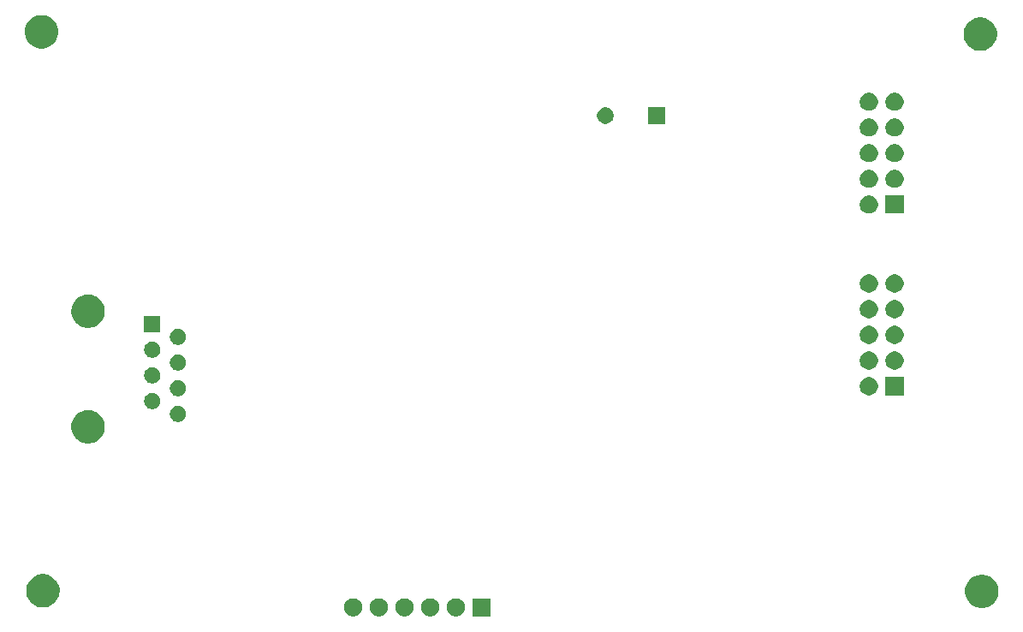
<source format=gbr>
G04 #@! TF.GenerationSoftware,KiCad,Pcbnew,(5.1.5)-3*
G04 #@! TF.CreationDate,2020-07-03T21:50:41-07:00*
G04 #@! TF.ProjectId,pic18f_DB_Ethernet,70696331-3866-45f4-9442-5f4574686572,rev?*
G04 #@! TF.SameCoordinates,Original*
G04 #@! TF.FileFunction,Soldermask,Bot*
G04 #@! TF.FilePolarity,Negative*
%FSLAX46Y46*%
G04 Gerber Fmt 4.6, Leading zero omitted, Abs format (unit mm)*
G04 Created by KiCad (PCBNEW (5.1.5)-3) date 2020-07-03 21:50:41*
%MOMM*%
%LPD*%
G04 APERTURE LIST*
%ADD10C,0.100000*%
G04 APERTURE END LIST*
D10*
G36*
X147865400Y-146239800D02*
G01*
X146063400Y-146239800D01*
X146063400Y-144437800D01*
X147865400Y-144437800D01*
X147865400Y-146239800D01*
G37*
G36*
X144537912Y-144442727D02*
G01*
X144687212Y-144472424D01*
X144851184Y-144540344D01*
X144998754Y-144638947D01*
X145124253Y-144764446D01*
X145222856Y-144912016D01*
X145290776Y-145075988D01*
X145325400Y-145250059D01*
X145325400Y-145427541D01*
X145290776Y-145601612D01*
X145222856Y-145765584D01*
X145124253Y-145913154D01*
X144998754Y-146038653D01*
X144851184Y-146137256D01*
X144687212Y-146205176D01*
X144537912Y-146234873D01*
X144513142Y-146239800D01*
X144335658Y-146239800D01*
X144310888Y-146234873D01*
X144161588Y-146205176D01*
X143997616Y-146137256D01*
X143850046Y-146038653D01*
X143724547Y-145913154D01*
X143625944Y-145765584D01*
X143558024Y-145601612D01*
X143523400Y-145427541D01*
X143523400Y-145250059D01*
X143558024Y-145075988D01*
X143625944Y-144912016D01*
X143724547Y-144764446D01*
X143850046Y-144638947D01*
X143997616Y-144540344D01*
X144161588Y-144472424D01*
X144310888Y-144442727D01*
X144335658Y-144437800D01*
X144513142Y-144437800D01*
X144537912Y-144442727D01*
G37*
G36*
X134377912Y-144442727D02*
G01*
X134527212Y-144472424D01*
X134691184Y-144540344D01*
X134838754Y-144638947D01*
X134964253Y-144764446D01*
X135062856Y-144912016D01*
X135130776Y-145075988D01*
X135165400Y-145250059D01*
X135165400Y-145427541D01*
X135130776Y-145601612D01*
X135062856Y-145765584D01*
X134964253Y-145913154D01*
X134838754Y-146038653D01*
X134691184Y-146137256D01*
X134527212Y-146205176D01*
X134377912Y-146234873D01*
X134353142Y-146239800D01*
X134175658Y-146239800D01*
X134150888Y-146234873D01*
X134001588Y-146205176D01*
X133837616Y-146137256D01*
X133690046Y-146038653D01*
X133564547Y-145913154D01*
X133465944Y-145765584D01*
X133398024Y-145601612D01*
X133363400Y-145427541D01*
X133363400Y-145250059D01*
X133398024Y-145075988D01*
X133465944Y-144912016D01*
X133564547Y-144764446D01*
X133690046Y-144638947D01*
X133837616Y-144540344D01*
X134001588Y-144472424D01*
X134150888Y-144442727D01*
X134175658Y-144437800D01*
X134353142Y-144437800D01*
X134377912Y-144442727D01*
G37*
G36*
X136917912Y-144442727D02*
G01*
X137067212Y-144472424D01*
X137231184Y-144540344D01*
X137378754Y-144638947D01*
X137504253Y-144764446D01*
X137602856Y-144912016D01*
X137670776Y-145075988D01*
X137705400Y-145250059D01*
X137705400Y-145427541D01*
X137670776Y-145601612D01*
X137602856Y-145765584D01*
X137504253Y-145913154D01*
X137378754Y-146038653D01*
X137231184Y-146137256D01*
X137067212Y-146205176D01*
X136917912Y-146234873D01*
X136893142Y-146239800D01*
X136715658Y-146239800D01*
X136690888Y-146234873D01*
X136541588Y-146205176D01*
X136377616Y-146137256D01*
X136230046Y-146038653D01*
X136104547Y-145913154D01*
X136005944Y-145765584D01*
X135938024Y-145601612D01*
X135903400Y-145427541D01*
X135903400Y-145250059D01*
X135938024Y-145075988D01*
X136005944Y-144912016D01*
X136104547Y-144764446D01*
X136230046Y-144638947D01*
X136377616Y-144540344D01*
X136541588Y-144472424D01*
X136690888Y-144442727D01*
X136715658Y-144437800D01*
X136893142Y-144437800D01*
X136917912Y-144442727D01*
G37*
G36*
X141997912Y-144442727D02*
G01*
X142147212Y-144472424D01*
X142311184Y-144540344D01*
X142458754Y-144638947D01*
X142584253Y-144764446D01*
X142682856Y-144912016D01*
X142750776Y-145075988D01*
X142785400Y-145250059D01*
X142785400Y-145427541D01*
X142750776Y-145601612D01*
X142682856Y-145765584D01*
X142584253Y-145913154D01*
X142458754Y-146038653D01*
X142311184Y-146137256D01*
X142147212Y-146205176D01*
X141997912Y-146234873D01*
X141973142Y-146239800D01*
X141795658Y-146239800D01*
X141770888Y-146234873D01*
X141621588Y-146205176D01*
X141457616Y-146137256D01*
X141310046Y-146038653D01*
X141184547Y-145913154D01*
X141085944Y-145765584D01*
X141018024Y-145601612D01*
X140983400Y-145427541D01*
X140983400Y-145250059D01*
X141018024Y-145075988D01*
X141085944Y-144912016D01*
X141184547Y-144764446D01*
X141310046Y-144638947D01*
X141457616Y-144540344D01*
X141621588Y-144472424D01*
X141770888Y-144442727D01*
X141795658Y-144437800D01*
X141973142Y-144437800D01*
X141997912Y-144442727D01*
G37*
G36*
X139457912Y-144442727D02*
G01*
X139607212Y-144472424D01*
X139771184Y-144540344D01*
X139918754Y-144638947D01*
X140044253Y-144764446D01*
X140142856Y-144912016D01*
X140210776Y-145075988D01*
X140245400Y-145250059D01*
X140245400Y-145427541D01*
X140210776Y-145601612D01*
X140142856Y-145765584D01*
X140044253Y-145913154D01*
X139918754Y-146038653D01*
X139771184Y-146137256D01*
X139607212Y-146205176D01*
X139457912Y-146234873D01*
X139433142Y-146239800D01*
X139255658Y-146239800D01*
X139230888Y-146234873D01*
X139081588Y-146205176D01*
X138917616Y-146137256D01*
X138770046Y-146038653D01*
X138644547Y-145913154D01*
X138545944Y-145765584D01*
X138478024Y-145601612D01*
X138443400Y-145427541D01*
X138443400Y-145250059D01*
X138478024Y-145075988D01*
X138545944Y-144912016D01*
X138644547Y-144764446D01*
X138770046Y-144638947D01*
X138917616Y-144540344D01*
X139081588Y-144472424D01*
X139230888Y-144442727D01*
X139255658Y-144437800D01*
X139433142Y-144437800D01*
X139457912Y-144442727D01*
G37*
G36*
X196818856Y-142155298D02*
G01*
X196925179Y-142176447D01*
X197225642Y-142300903D01*
X197496051Y-142481585D01*
X197726015Y-142711549D01*
X197906697Y-142981958D01*
X197906698Y-142981960D01*
X198031153Y-143282422D01*
X198084496Y-143550591D01*
X198094600Y-143601391D01*
X198094600Y-143926609D01*
X198031153Y-144245579D01*
X197906697Y-144546042D01*
X197726015Y-144816451D01*
X197496051Y-145046415D01*
X197225642Y-145227097D01*
X196925179Y-145351553D01*
X196861598Y-145364200D01*
X196606211Y-145415000D01*
X196280989Y-145415000D01*
X196025602Y-145364200D01*
X195962021Y-145351553D01*
X195661558Y-145227097D01*
X195391149Y-145046415D01*
X195161185Y-144816451D01*
X194980503Y-144546042D01*
X194856047Y-144245579D01*
X194792600Y-143926609D01*
X194792600Y-143601391D01*
X194802705Y-143550591D01*
X194856047Y-143282422D01*
X194980502Y-142981960D01*
X194980503Y-142981958D01*
X195161185Y-142711549D01*
X195391149Y-142481585D01*
X195661558Y-142300903D01*
X195962021Y-142176447D01*
X196068344Y-142155298D01*
X196280989Y-142113000D01*
X196606211Y-142113000D01*
X196818856Y-142155298D01*
G37*
G36*
X103956456Y-142104498D02*
G01*
X104062779Y-142125647D01*
X104363242Y-142250103D01*
X104633651Y-142430785D01*
X104863615Y-142660749D01*
X104897560Y-142711551D01*
X105044298Y-142931160D01*
X105168753Y-143231622D01*
X105232200Y-143550589D01*
X105232200Y-143875811D01*
X105222095Y-143926611D01*
X105168753Y-144194779D01*
X105044297Y-144495242D01*
X104863615Y-144765651D01*
X104633651Y-144995615D01*
X104363242Y-145176297D01*
X104062779Y-145300753D01*
X103956456Y-145321902D01*
X103743811Y-145364200D01*
X103418589Y-145364200D01*
X103205944Y-145321902D01*
X103099621Y-145300753D01*
X102799158Y-145176297D01*
X102528749Y-144995615D01*
X102298785Y-144765651D01*
X102118103Y-144495242D01*
X101993647Y-144194779D01*
X101940305Y-143926611D01*
X101930200Y-143875811D01*
X101930200Y-143550589D01*
X101993647Y-143231622D01*
X102118102Y-142931160D01*
X102264840Y-142711551D01*
X102298785Y-142660749D01*
X102528749Y-142430785D01*
X102799158Y-142250103D01*
X103099621Y-142125647D01*
X103205944Y-142104498D01*
X103418589Y-142062200D01*
X103743811Y-142062200D01*
X103956456Y-142104498D01*
G37*
G36*
X108426856Y-125873898D02*
G01*
X108533179Y-125895047D01*
X108833642Y-126019503D01*
X109104051Y-126200185D01*
X109334015Y-126430149D01*
X109514697Y-126700558D01*
X109639153Y-127001021D01*
X109702600Y-127319991D01*
X109702600Y-127645209D01*
X109639153Y-127964179D01*
X109514697Y-128264642D01*
X109334015Y-128535051D01*
X109104051Y-128765015D01*
X108833642Y-128945697D01*
X108533179Y-129070153D01*
X108426856Y-129091302D01*
X108214211Y-129133600D01*
X107888989Y-129133600D01*
X107676344Y-129091302D01*
X107570021Y-129070153D01*
X107269558Y-128945697D01*
X106999149Y-128765015D01*
X106769185Y-128535051D01*
X106588503Y-128264642D01*
X106464047Y-127964179D01*
X106400600Y-127645209D01*
X106400600Y-127319991D01*
X106464047Y-127001021D01*
X106588503Y-126700558D01*
X106769185Y-126430149D01*
X106999149Y-126200185D01*
X107269558Y-126019503D01*
X107570021Y-125895047D01*
X107676344Y-125873898D01*
X107888989Y-125831600D01*
X108214211Y-125831600D01*
X108426856Y-125873898D01*
G37*
G36*
X117175242Y-125442381D02*
G01*
X117321014Y-125502762D01*
X117321016Y-125502763D01*
X117452208Y-125590422D01*
X117563778Y-125701992D01*
X117651437Y-125833184D01*
X117651438Y-125833186D01*
X117711819Y-125978958D01*
X117742600Y-126133707D01*
X117742600Y-126291493D01*
X117711819Y-126446242D01*
X117651438Y-126592014D01*
X117651437Y-126592016D01*
X117563778Y-126723208D01*
X117452208Y-126834778D01*
X117321016Y-126922437D01*
X117321015Y-126922438D01*
X117321014Y-126922438D01*
X117175242Y-126982819D01*
X117020493Y-127013600D01*
X116862707Y-127013600D01*
X116707958Y-126982819D01*
X116562186Y-126922438D01*
X116562185Y-126922438D01*
X116562184Y-126922437D01*
X116430992Y-126834778D01*
X116319422Y-126723208D01*
X116231763Y-126592016D01*
X116231762Y-126592014D01*
X116171381Y-126446242D01*
X116140600Y-126291493D01*
X116140600Y-126133707D01*
X116171381Y-125978958D01*
X116231762Y-125833186D01*
X116231763Y-125833184D01*
X116319422Y-125701992D01*
X116430992Y-125590422D01*
X116562184Y-125502763D01*
X116562186Y-125502762D01*
X116707958Y-125442381D01*
X116862707Y-125411600D01*
X117020493Y-125411600D01*
X117175242Y-125442381D01*
G37*
G36*
X114635242Y-124172381D02*
G01*
X114781014Y-124232762D01*
X114781016Y-124232763D01*
X114912208Y-124320422D01*
X115023778Y-124431992D01*
X115031012Y-124442819D01*
X115111438Y-124563186D01*
X115171819Y-124708958D01*
X115202600Y-124863707D01*
X115202600Y-125021493D01*
X115171819Y-125176242D01*
X115111438Y-125322014D01*
X115111437Y-125322016D01*
X115023778Y-125453208D01*
X114912208Y-125564778D01*
X114781016Y-125652437D01*
X114781015Y-125652438D01*
X114781014Y-125652438D01*
X114635242Y-125712819D01*
X114480493Y-125743600D01*
X114322707Y-125743600D01*
X114167958Y-125712819D01*
X114022186Y-125652438D01*
X114022185Y-125652438D01*
X114022184Y-125652437D01*
X113890992Y-125564778D01*
X113779422Y-125453208D01*
X113691763Y-125322016D01*
X113691762Y-125322014D01*
X113631381Y-125176242D01*
X113600600Y-125021493D01*
X113600600Y-124863707D01*
X113631381Y-124708958D01*
X113691762Y-124563186D01*
X113772188Y-124442819D01*
X113779422Y-124431992D01*
X113890992Y-124320422D01*
X114022184Y-124232763D01*
X114022186Y-124232762D01*
X114167958Y-124172381D01*
X114322707Y-124141600D01*
X114480493Y-124141600D01*
X114635242Y-124172381D01*
G37*
G36*
X117175242Y-122902381D02*
G01*
X117321014Y-122962762D01*
X117321016Y-122962763D01*
X117452208Y-123050422D01*
X117563778Y-123161992D01*
X117602062Y-123219289D01*
X117651438Y-123293186D01*
X117711819Y-123438958D01*
X117742600Y-123593707D01*
X117742600Y-123751493D01*
X117711819Y-123906242D01*
X117651438Y-124052014D01*
X117651437Y-124052016D01*
X117563778Y-124183208D01*
X117452208Y-124294778D01*
X117321016Y-124382437D01*
X117321015Y-124382438D01*
X117321014Y-124382438D01*
X117175242Y-124442819D01*
X117020493Y-124473600D01*
X116862707Y-124473600D01*
X116707958Y-124442819D01*
X116562186Y-124382438D01*
X116562185Y-124382438D01*
X116562184Y-124382437D01*
X116430992Y-124294778D01*
X116319422Y-124183208D01*
X116231763Y-124052016D01*
X116231762Y-124052014D01*
X116171381Y-123906242D01*
X116140600Y-123751493D01*
X116140600Y-123593707D01*
X116171381Y-123438958D01*
X116231762Y-123293186D01*
X116281138Y-123219289D01*
X116319422Y-123161992D01*
X116430992Y-123050422D01*
X116562184Y-122962763D01*
X116562186Y-122962762D01*
X116707958Y-122902381D01*
X116862707Y-122871600D01*
X117020493Y-122871600D01*
X117175242Y-122902381D01*
G37*
G36*
X185381112Y-122586027D02*
G01*
X185530412Y-122615724D01*
X185694384Y-122683644D01*
X185841954Y-122782247D01*
X185967453Y-122907746D01*
X186066056Y-123055316D01*
X186133976Y-123219288D01*
X186168600Y-123393359D01*
X186168600Y-123570841D01*
X186133976Y-123744912D01*
X186066056Y-123908884D01*
X185967453Y-124056454D01*
X185841954Y-124181953D01*
X185694384Y-124280556D01*
X185530412Y-124348476D01*
X185381112Y-124378173D01*
X185356342Y-124383100D01*
X185178858Y-124383100D01*
X185154088Y-124378173D01*
X185004788Y-124348476D01*
X184840816Y-124280556D01*
X184693246Y-124181953D01*
X184567747Y-124056454D01*
X184469144Y-123908884D01*
X184401224Y-123744912D01*
X184366600Y-123570841D01*
X184366600Y-123393359D01*
X184401224Y-123219288D01*
X184469144Y-123055316D01*
X184567747Y-122907746D01*
X184693246Y-122782247D01*
X184840816Y-122683644D01*
X185004788Y-122615724D01*
X185154088Y-122586027D01*
X185178858Y-122581100D01*
X185356342Y-122581100D01*
X185381112Y-122586027D01*
G37*
G36*
X188708600Y-124383100D02*
G01*
X186906600Y-124383100D01*
X186906600Y-122581100D01*
X188708600Y-122581100D01*
X188708600Y-124383100D01*
G37*
G36*
X114635242Y-121632381D02*
G01*
X114781014Y-121692762D01*
X114781016Y-121692763D01*
X114912208Y-121780422D01*
X115023778Y-121891992D01*
X115031012Y-121902819D01*
X115111438Y-122023186D01*
X115171819Y-122168958D01*
X115202600Y-122323707D01*
X115202600Y-122481493D01*
X115171819Y-122636242D01*
X115152184Y-122683644D01*
X115111437Y-122782016D01*
X115023778Y-122913208D01*
X114912208Y-123024778D01*
X114781016Y-123112437D01*
X114781015Y-123112438D01*
X114781014Y-123112438D01*
X114635242Y-123172819D01*
X114480493Y-123203600D01*
X114322707Y-123203600D01*
X114167958Y-123172819D01*
X114022186Y-123112438D01*
X114022185Y-123112438D01*
X114022184Y-123112437D01*
X113890992Y-123024778D01*
X113779422Y-122913208D01*
X113691763Y-122782016D01*
X113651016Y-122683644D01*
X113631381Y-122636242D01*
X113600600Y-122481493D01*
X113600600Y-122323707D01*
X113631381Y-122168958D01*
X113691762Y-122023186D01*
X113772188Y-121902819D01*
X113779422Y-121891992D01*
X113890992Y-121780422D01*
X114022184Y-121692763D01*
X114022186Y-121692762D01*
X114167958Y-121632381D01*
X114322707Y-121601600D01*
X114480493Y-121601600D01*
X114635242Y-121632381D01*
G37*
G36*
X117175242Y-120362381D02*
G01*
X117321014Y-120422762D01*
X117321016Y-120422763D01*
X117452208Y-120510422D01*
X117563778Y-120621992D01*
X117602062Y-120679289D01*
X117651438Y-120753186D01*
X117711819Y-120898958D01*
X117742600Y-121053707D01*
X117742600Y-121211493D01*
X117711819Y-121366242D01*
X117651438Y-121512014D01*
X117651437Y-121512016D01*
X117563778Y-121643208D01*
X117452208Y-121754778D01*
X117321016Y-121842437D01*
X117321015Y-121842438D01*
X117321014Y-121842438D01*
X117175242Y-121902819D01*
X117020493Y-121933600D01*
X116862707Y-121933600D01*
X116707958Y-121902819D01*
X116562186Y-121842438D01*
X116562185Y-121842438D01*
X116562184Y-121842437D01*
X116430992Y-121754778D01*
X116319422Y-121643208D01*
X116231763Y-121512016D01*
X116231762Y-121512014D01*
X116171381Y-121366242D01*
X116140600Y-121211493D01*
X116140600Y-121053707D01*
X116171381Y-120898958D01*
X116231762Y-120753186D01*
X116281138Y-120679289D01*
X116319422Y-120621992D01*
X116430992Y-120510422D01*
X116562184Y-120422763D01*
X116562186Y-120422762D01*
X116707958Y-120362381D01*
X116862707Y-120331600D01*
X117020493Y-120331600D01*
X117175242Y-120362381D01*
G37*
G36*
X185381112Y-120046027D02*
G01*
X185530412Y-120075724D01*
X185694384Y-120143644D01*
X185841954Y-120242247D01*
X185967453Y-120367746D01*
X186066056Y-120515316D01*
X186133976Y-120679288D01*
X186168600Y-120853359D01*
X186168600Y-121030841D01*
X186133976Y-121204912D01*
X186066056Y-121368884D01*
X185967453Y-121516454D01*
X185841954Y-121641953D01*
X185694384Y-121740556D01*
X185530412Y-121808476D01*
X185381112Y-121838173D01*
X185356342Y-121843100D01*
X185178858Y-121843100D01*
X185154088Y-121838173D01*
X185004788Y-121808476D01*
X184840816Y-121740556D01*
X184693246Y-121641953D01*
X184567747Y-121516454D01*
X184469144Y-121368884D01*
X184401224Y-121204912D01*
X184366600Y-121030841D01*
X184366600Y-120853359D01*
X184401224Y-120679288D01*
X184469144Y-120515316D01*
X184567747Y-120367746D01*
X184693246Y-120242247D01*
X184840816Y-120143644D01*
X185004788Y-120075724D01*
X185154088Y-120046027D01*
X185178858Y-120041100D01*
X185356342Y-120041100D01*
X185381112Y-120046027D01*
G37*
G36*
X187921112Y-120046027D02*
G01*
X188070412Y-120075724D01*
X188234384Y-120143644D01*
X188381954Y-120242247D01*
X188507453Y-120367746D01*
X188606056Y-120515316D01*
X188673976Y-120679288D01*
X188708600Y-120853359D01*
X188708600Y-121030841D01*
X188673976Y-121204912D01*
X188606056Y-121368884D01*
X188507453Y-121516454D01*
X188381954Y-121641953D01*
X188234384Y-121740556D01*
X188070412Y-121808476D01*
X187921112Y-121838173D01*
X187896342Y-121843100D01*
X187718858Y-121843100D01*
X187694088Y-121838173D01*
X187544788Y-121808476D01*
X187380816Y-121740556D01*
X187233246Y-121641953D01*
X187107747Y-121516454D01*
X187009144Y-121368884D01*
X186941224Y-121204912D01*
X186906600Y-121030841D01*
X186906600Y-120853359D01*
X186941224Y-120679288D01*
X187009144Y-120515316D01*
X187107747Y-120367746D01*
X187233246Y-120242247D01*
X187380816Y-120143644D01*
X187544788Y-120075724D01*
X187694088Y-120046027D01*
X187718858Y-120041100D01*
X187896342Y-120041100D01*
X187921112Y-120046027D01*
G37*
G36*
X114635242Y-119092381D02*
G01*
X114781014Y-119152762D01*
X114781016Y-119152763D01*
X114912208Y-119240422D01*
X115023778Y-119351992D01*
X115031012Y-119362819D01*
X115111438Y-119483186D01*
X115171819Y-119628958D01*
X115202600Y-119783707D01*
X115202600Y-119941493D01*
X115171819Y-120096242D01*
X115152184Y-120143644D01*
X115111437Y-120242016D01*
X115023778Y-120373208D01*
X114912208Y-120484778D01*
X114781016Y-120572437D01*
X114781015Y-120572438D01*
X114781014Y-120572438D01*
X114635242Y-120632819D01*
X114480493Y-120663600D01*
X114322707Y-120663600D01*
X114167958Y-120632819D01*
X114022186Y-120572438D01*
X114022185Y-120572438D01*
X114022184Y-120572437D01*
X113890992Y-120484778D01*
X113779422Y-120373208D01*
X113691763Y-120242016D01*
X113651016Y-120143644D01*
X113631381Y-120096242D01*
X113600600Y-119941493D01*
X113600600Y-119783707D01*
X113631381Y-119628958D01*
X113691762Y-119483186D01*
X113772188Y-119362819D01*
X113779422Y-119351992D01*
X113890992Y-119240422D01*
X114022184Y-119152763D01*
X114022186Y-119152762D01*
X114167958Y-119092381D01*
X114322707Y-119061600D01*
X114480493Y-119061600D01*
X114635242Y-119092381D01*
G37*
G36*
X117175242Y-117822381D02*
G01*
X117321014Y-117882762D01*
X117321016Y-117882763D01*
X117452208Y-117970422D01*
X117563778Y-118081992D01*
X117602062Y-118139289D01*
X117651438Y-118213186D01*
X117711819Y-118358958D01*
X117742600Y-118513707D01*
X117742600Y-118671493D01*
X117711819Y-118826242D01*
X117651438Y-118972014D01*
X117651437Y-118972016D01*
X117563778Y-119103208D01*
X117452208Y-119214778D01*
X117321016Y-119302437D01*
X117321015Y-119302438D01*
X117321014Y-119302438D01*
X117175242Y-119362819D01*
X117020493Y-119393600D01*
X116862707Y-119393600D01*
X116707958Y-119362819D01*
X116562186Y-119302438D01*
X116562185Y-119302438D01*
X116562184Y-119302437D01*
X116430992Y-119214778D01*
X116319422Y-119103208D01*
X116231763Y-118972016D01*
X116231762Y-118972014D01*
X116171381Y-118826242D01*
X116140600Y-118671493D01*
X116140600Y-118513707D01*
X116171381Y-118358958D01*
X116231762Y-118213186D01*
X116281138Y-118139289D01*
X116319422Y-118081992D01*
X116430992Y-117970422D01*
X116562184Y-117882763D01*
X116562186Y-117882762D01*
X116707958Y-117822381D01*
X116862707Y-117791600D01*
X117020493Y-117791600D01*
X117175242Y-117822381D01*
G37*
G36*
X185381112Y-117506027D02*
G01*
X185530412Y-117535724D01*
X185694384Y-117603644D01*
X185841954Y-117702247D01*
X185967453Y-117827746D01*
X186066056Y-117975316D01*
X186133976Y-118139288D01*
X186168600Y-118313359D01*
X186168600Y-118490841D01*
X186133976Y-118664912D01*
X186066056Y-118828884D01*
X185967453Y-118976454D01*
X185841954Y-119101953D01*
X185694384Y-119200556D01*
X185530412Y-119268476D01*
X185381112Y-119298173D01*
X185356342Y-119303100D01*
X185178858Y-119303100D01*
X185154088Y-119298173D01*
X185004788Y-119268476D01*
X184840816Y-119200556D01*
X184693246Y-119101953D01*
X184567747Y-118976454D01*
X184469144Y-118828884D01*
X184401224Y-118664912D01*
X184366600Y-118490841D01*
X184366600Y-118313359D01*
X184401224Y-118139288D01*
X184469144Y-117975316D01*
X184567747Y-117827746D01*
X184693246Y-117702247D01*
X184840816Y-117603644D01*
X185004788Y-117535724D01*
X185154088Y-117506027D01*
X185178858Y-117501100D01*
X185356342Y-117501100D01*
X185381112Y-117506027D01*
G37*
G36*
X187921112Y-117506027D02*
G01*
X188070412Y-117535724D01*
X188234384Y-117603644D01*
X188381954Y-117702247D01*
X188507453Y-117827746D01*
X188606056Y-117975316D01*
X188673976Y-118139288D01*
X188708600Y-118313359D01*
X188708600Y-118490841D01*
X188673976Y-118664912D01*
X188606056Y-118828884D01*
X188507453Y-118976454D01*
X188381954Y-119101953D01*
X188234384Y-119200556D01*
X188070412Y-119268476D01*
X187921112Y-119298173D01*
X187896342Y-119303100D01*
X187718858Y-119303100D01*
X187694088Y-119298173D01*
X187544788Y-119268476D01*
X187380816Y-119200556D01*
X187233246Y-119101953D01*
X187107747Y-118976454D01*
X187009144Y-118828884D01*
X186941224Y-118664912D01*
X186906600Y-118490841D01*
X186906600Y-118313359D01*
X186941224Y-118139288D01*
X187009144Y-117975316D01*
X187107747Y-117827746D01*
X187233246Y-117702247D01*
X187380816Y-117603644D01*
X187544788Y-117535724D01*
X187694088Y-117506027D01*
X187718858Y-117501100D01*
X187896342Y-117501100D01*
X187921112Y-117506027D01*
G37*
G36*
X115202600Y-118123600D02*
G01*
X113600600Y-118123600D01*
X113600600Y-116521600D01*
X115202600Y-116521600D01*
X115202600Y-118123600D01*
G37*
G36*
X108426856Y-114443898D02*
G01*
X108533179Y-114465047D01*
X108833642Y-114589503D01*
X109104051Y-114770185D01*
X109334015Y-115000149D01*
X109442326Y-115162248D01*
X109514698Y-115270560D01*
X109639153Y-115571022D01*
X109679401Y-115773359D01*
X109702600Y-115889991D01*
X109702600Y-116215209D01*
X109639153Y-116534179D01*
X109514697Y-116834642D01*
X109334015Y-117105051D01*
X109104051Y-117335015D01*
X108833642Y-117515697D01*
X108533179Y-117640153D01*
X108426856Y-117661302D01*
X108214211Y-117703600D01*
X107888989Y-117703600D01*
X107676344Y-117661302D01*
X107570021Y-117640153D01*
X107269558Y-117515697D01*
X106999149Y-117335015D01*
X106769185Y-117105051D01*
X106588503Y-116834642D01*
X106464047Y-116534179D01*
X106400600Y-116215209D01*
X106400600Y-115889991D01*
X106423800Y-115773359D01*
X106464047Y-115571022D01*
X106588502Y-115270560D01*
X106660874Y-115162248D01*
X106769185Y-115000149D01*
X106999149Y-114770185D01*
X107269558Y-114589503D01*
X107570021Y-114465047D01*
X107676344Y-114443898D01*
X107888989Y-114401600D01*
X108214211Y-114401600D01*
X108426856Y-114443898D01*
G37*
G36*
X187921112Y-114966027D02*
G01*
X188070412Y-114995724D01*
X188234384Y-115063644D01*
X188381954Y-115162247D01*
X188507453Y-115287746D01*
X188606056Y-115435316D01*
X188673976Y-115599288D01*
X188708600Y-115773359D01*
X188708600Y-115950841D01*
X188673976Y-116124912D01*
X188606056Y-116288884D01*
X188507453Y-116436454D01*
X188381954Y-116561953D01*
X188234384Y-116660556D01*
X188070412Y-116728476D01*
X187921112Y-116758173D01*
X187896342Y-116763100D01*
X187718858Y-116763100D01*
X187694088Y-116758173D01*
X187544788Y-116728476D01*
X187380816Y-116660556D01*
X187233246Y-116561953D01*
X187107747Y-116436454D01*
X187009144Y-116288884D01*
X186941224Y-116124912D01*
X186906600Y-115950841D01*
X186906600Y-115773359D01*
X186941224Y-115599288D01*
X187009144Y-115435316D01*
X187107747Y-115287746D01*
X187233246Y-115162247D01*
X187380816Y-115063644D01*
X187544788Y-114995724D01*
X187694088Y-114966027D01*
X187718858Y-114961100D01*
X187896342Y-114961100D01*
X187921112Y-114966027D01*
G37*
G36*
X185381112Y-114966027D02*
G01*
X185530412Y-114995724D01*
X185694384Y-115063644D01*
X185841954Y-115162247D01*
X185967453Y-115287746D01*
X186066056Y-115435316D01*
X186133976Y-115599288D01*
X186168600Y-115773359D01*
X186168600Y-115950841D01*
X186133976Y-116124912D01*
X186066056Y-116288884D01*
X185967453Y-116436454D01*
X185841954Y-116561953D01*
X185694384Y-116660556D01*
X185530412Y-116728476D01*
X185381112Y-116758173D01*
X185356342Y-116763100D01*
X185178858Y-116763100D01*
X185154088Y-116758173D01*
X185004788Y-116728476D01*
X184840816Y-116660556D01*
X184693246Y-116561953D01*
X184567747Y-116436454D01*
X184469144Y-116288884D01*
X184401224Y-116124912D01*
X184366600Y-115950841D01*
X184366600Y-115773359D01*
X184401224Y-115599288D01*
X184469144Y-115435316D01*
X184567747Y-115287746D01*
X184693246Y-115162247D01*
X184840816Y-115063644D01*
X185004788Y-114995724D01*
X185154088Y-114966027D01*
X185178858Y-114961100D01*
X185356342Y-114961100D01*
X185381112Y-114966027D01*
G37*
G36*
X187921112Y-112426027D02*
G01*
X188070412Y-112455724D01*
X188234384Y-112523644D01*
X188381954Y-112622247D01*
X188507453Y-112747746D01*
X188606056Y-112895316D01*
X188673976Y-113059288D01*
X188708600Y-113233359D01*
X188708600Y-113410841D01*
X188673976Y-113584912D01*
X188606056Y-113748884D01*
X188507453Y-113896454D01*
X188381954Y-114021953D01*
X188234384Y-114120556D01*
X188070412Y-114188476D01*
X187921112Y-114218173D01*
X187896342Y-114223100D01*
X187718858Y-114223100D01*
X187694088Y-114218173D01*
X187544788Y-114188476D01*
X187380816Y-114120556D01*
X187233246Y-114021953D01*
X187107747Y-113896454D01*
X187009144Y-113748884D01*
X186941224Y-113584912D01*
X186906600Y-113410841D01*
X186906600Y-113233359D01*
X186941224Y-113059288D01*
X187009144Y-112895316D01*
X187107747Y-112747746D01*
X187233246Y-112622247D01*
X187380816Y-112523644D01*
X187544788Y-112455724D01*
X187694088Y-112426027D01*
X187718858Y-112421100D01*
X187896342Y-112421100D01*
X187921112Y-112426027D01*
G37*
G36*
X185381112Y-112426027D02*
G01*
X185530412Y-112455724D01*
X185694384Y-112523644D01*
X185841954Y-112622247D01*
X185967453Y-112747746D01*
X186066056Y-112895316D01*
X186133976Y-113059288D01*
X186168600Y-113233359D01*
X186168600Y-113410841D01*
X186133976Y-113584912D01*
X186066056Y-113748884D01*
X185967453Y-113896454D01*
X185841954Y-114021953D01*
X185694384Y-114120556D01*
X185530412Y-114188476D01*
X185381112Y-114218173D01*
X185356342Y-114223100D01*
X185178858Y-114223100D01*
X185154088Y-114218173D01*
X185004788Y-114188476D01*
X184840816Y-114120556D01*
X184693246Y-114021953D01*
X184567747Y-113896454D01*
X184469144Y-113748884D01*
X184401224Y-113584912D01*
X184366600Y-113410841D01*
X184366600Y-113233359D01*
X184401224Y-113059288D01*
X184469144Y-112895316D01*
X184567747Y-112747746D01*
X184693246Y-112622247D01*
X184840816Y-112523644D01*
X185004788Y-112455724D01*
X185154088Y-112426027D01*
X185178858Y-112421100D01*
X185356342Y-112421100D01*
X185381112Y-112426027D01*
G37*
G36*
X185381112Y-104615527D02*
G01*
X185530412Y-104645224D01*
X185694384Y-104713144D01*
X185841954Y-104811747D01*
X185967453Y-104937246D01*
X186066056Y-105084816D01*
X186133976Y-105248788D01*
X186168600Y-105422859D01*
X186168600Y-105600341D01*
X186133976Y-105774412D01*
X186066056Y-105938384D01*
X185967453Y-106085954D01*
X185841954Y-106211453D01*
X185694384Y-106310056D01*
X185530412Y-106377976D01*
X185381112Y-106407673D01*
X185356342Y-106412600D01*
X185178858Y-106412600D01*
X185154088Y-106407673D01*
X185004788Y-106377976D01*
X184840816Y-106310056D01*
X184693246Y-106211453D01*
X184567747Y-106085954D01*
X184469144Y-105938384D01*
X184401224Y-105774412D01*
X184366600Y-105600341D01*
X184366600Y-105422859D01*
X184401224Y-105248788D01*
X184469144Y-105084816D01*
X184567747Y-104937246D01*
X184693246Y-104811747D01*
X184840816Y-104713144D01*
X185004788Y-104645224D01*
X185154088Y-104615527D01*
X185178858Y-104610600D01*
X185356342Y-104610600D01*
X185381112Y-104615527D01*
G37*
G36*
X188708600Y-106412600D02*
G01*
X186906600Y-106412600D01*
X186906600Y-104610600D01*
X188708600Y-104610600D01*
X188708600Y-106412600D01*
G37*
G36*
X187921112Y-102075527D02*
G01*
X188070412Y-102105224D01*
X188234384Y-102173144D01*
X188381954Y-102271747D01*
X188507453Y-102397246D01*
X188606056Y-102544816D01*
X188673976Y-102708788D01*
X188708600Y-102882859D01*
X188708600Y-103060341D01*
X188673976Y-103234412D01*
X188606056Y-103398384D01*
X188507453Y-103545954D01*
X188381954Y-103671453D01*
X188234384Y-103770056D01*
X188070412Y-103837976D01*
X187921112Y-103867673D01*
X187896342Y-103872600D01*
X187718858Y-103872600D01*
X187694088Y-103867673D01*
X187544788Y-103837976D01*
X187380816Y-103770056D01*
X187233246Y-103671453D01*
X187107747Y-103545954D01*
X187009144Y-103398384D01*
X186941224Y-103234412D01*
X186906600Y-103060341D01*
X186906600Y-102882859D01*
X186941224Y-102708788D01*
X187009144Y-102544816D01*
X187107747Y-102397246D01*
X187233246Y-102271747D01*
X187380816Y-102173144D01*
X187544788Y-102105224D01*
X187694088Y-102075527D01*
X187718858Y-102070600D01*
X187896342Y-102070600D01*
X187921112Y-102075527D01*
G37*
G36*
X185381112Y-102075527D02*
G01*
X185530412Y-102105224D01*
X185694384Y-102173144D01*
X185841954Y-102271747D01*
X185967453Y-102397246D01*
X186066056Y-102544816D01*
X186133976Y-102708788D01*
X186168600Y-102882859D01*
X186168600Y-103060341D01*
X186133976Y-103234412D01*
X186066056Y-103398384D01*
X185967453Y-103545954D01*
X185841954Y-103671453D01*
X185694384Y-103770056D01*
X185530412Y-103837976D01*
X185381112Y-103867673D01*
X185356342Y-103872600D01*
X185178858Y-103872600D01*
X185154088Y-103867673D01*
X185004788Y-103837976D01*
X184840816Y-103770056D01*
X184693246Y-103671453D01*
X184567747Y-103545954D01*
X184469144Y-103398384D01*
X184401224Y-103234412D01*
X184366600Y-103060341D01*
X184366600Y-102882859D01*
X184401224Y-102708788D01*
X184469144Y-102544816D01*
X184567747Y-102397246D01*
X184693246Y-102271747D01*
X184840816Y-102173144D01*
X185004788Y-102105224D01*
X185154088Y-102075527D01*
X185178858Y-102070600D01*
X185356342Y-102070600D01*
X185381112Y-102075527D01*
G37*
G36*
X187921112Y-99535527D02*
G01*
X188070412Y-99565224D01*
X188234384Y-99633144D01*
X188381954Y-99731747D01*
X188507453Y-99857246D01*
X188606056Y-100004816D01*
X188673976Y-100168788D01*
X188708600Y-100342859D01*
X188708600Y-100520341D01*
X188673976Y-100694412D01*
X188606056Y-100858384D01*
X188507453Y-101005954D01*
X188381954Y-101131453D01*
X188234384Y-101230056D01*
X188070412Y-101297976D01*
X187921112Y-101327673D01*
X187896342Y-101332600D01*
X187718858Y-101332600D01*
X187694088Y-101327673D01*
X187544788Y-101297976D01*
X187380816Y-101230056D01*
X187233246Y-101131453D01*
X187107747Y-101005954D01*
X187009144Y-100858384D01*
X186941224Y-100694412D01*
X186906600Y-100520341D01*
X186906600Y-100342859D01*
X186941224Y-100168788D01*
X187009144Y-100004816D01*
X187107747Y-99857246D01*
X187233246Y-99731747D01*
X187380816Y-99633144D01*
X187544788Y-99565224D01*
X187694088Y-99535527D01*
X187718858Y-99530600D01*
X187896342Y-99530600D01*
X187921112Y-99535527D01*
G37*
G36*
X185381112Y-99535527D02*
G01*
X185530412Y-99565224D01*
X185694384Y-99633144D01*
X185841954Y-99731747D01*
X185967453Y-99857246D01*
X186066056Y-100004816D01*
X186133976Y-100168788D01*
X186168600Y-100342859D01*
X186168600Y-100520341D01*
X186133976Y-100694412D01*
X186066056Y-100858384D01*
X185967453Y-101005954D01*
X185841954Y-101131453D01*
X185694384Y-101230056D01*
X185530412Y-101297976D01*
X185381112Y-101327673D01*
X185356342Y-101332600D01*
X185178858Y-101332600D01*
X185154088Y-101327673D01*
X185004788Y-101297976D01*
X184840816Y-101230056D01*
X184693246Y-101131453D01*
X184567747Y-101005954D01*
X184469144Y-100858384D01*
X184401224Y-100694412D01*
X184366600Y-100520341D01*
X184366600Y-100342859D01*
X184401224Y-100168788D01*
X184469144Y-100004816D01*
X184567747Y-99857246D01*
X184693246Y-99731747D01*
X184840816Y-99633144D01*
X185004788Y-99565224D01*
X185154088Y-99535527D01*
X185178858Y-99530600D01*
X185356342Y-99530600D01*
X185381112Y-99535527D01*
G37*
G36*
X187921112Y-96995527D02*
G01*
X188070412Y-97025224D01*
X188234384Y-97093144D01*
X188381954Y-97191747D01*
X188507453Y-97317246D01*
X188606056Y-97464816D01*
X188673976Y-97628788D01*
X188708600Y-97802859D01*
X188708600Y-97980341D01*
X188673976Y-98154412D01*
X188606056Y-98318384D01*
X188507453Y-98465954D01*
X188381954Y-98591453D01*
X188234384Y-98690056D01*
X188070412Y-98757976D01*
X187921112Y-98787673D01*
X187896342Y-98792600D01*
X187718858Y-98792600D01*
X187694088Y-98787673D01*
X187544788Y-98757976D01*
X187380816Y-98690056D01*
X187233246Y-98591453D01*
X187107747Y-98465954D01*
X187009144Y-98318384D01*
X186941224Y-98154412D01*
X186906600Y-97980341D01*
X186906600Y-97802859D01*
X186941224Y-97628788D01*
X187009144Y-97464816D01*
X187107747Y-97317246D01*
X187233246Y-97191747D01*
X187380816Y-97093144D01*
X187544788Y-97025224D01*
X187694088Y-96995527D01*
X187718858Y-96990600D01*
X187896342Y-96990600D01*
X187921112Y-96995527D01*
G37*
G36*
X185381112Y-96995527D02*
G01*
X185530412Y-97025224D01*
X185694384Y-97093144D01*
X185841954Y-97191747D01*
X185967453Y-97317246D01*
X186066056Y-97464816D01*
X186133976Y-97628788D01*
X186168600Y-97802859D01*
X186168600Y-97980341D01*
X186133976Y-98154412D01*
X186066056Y-98318384D01*
X185967453Y-98465954D01*
X185841954Y-98591453D01*
X185694384Y-98690056D01*
X185530412Y-98757976D01*
X185381112Y-98787673D01*
X185356342Y-98792600D01*
X185178858Y-98792600D01*
X185154088Y-98787673D01*
X185004788Y-98757976D01*
X184840816Y-98690056D01*
X184693246Y-98591453D01*
X184567747Y-98465954D01*
X184469144Y-98318384D01*
X184401224Y-98154412D01*
X184366600Y-97980341D01*
X184366600Y-97802859D01*
X184401224Y-97628788D01*
X184469144Y-97464816D01*
X184567747Y-97317246D01*
X184693246Y-97191747D01*
X184840816Y-97093144D01*
X185004788Y-97025224D01*
X185154088Y-96995527D01*
X185178858Y-96990600D01*
X185356342Y-96990600D01*
X185381112Y-96995527D01*
G37*
G36*
X165100200Y-97536200D02*
G01*
X163474200Y-97536200D01*
X163474200Y-95910200D01*
X165100200Y-95910200D01*
X165100200Y-97536200D01*
G37*
G36*
X159444342Y-95941442D02*
G01*
X159592301Y-96002729D01*
X159725455Y-96091699D01*
X159838701Y-96204945D01*
X159927671Y-96338099D01*
X159988958Y-96486058D01*
X160020200Y-96643125D01*
X160020200Y-96803275D01*
X159988958Y-96960342D01*
X159927671Y-97108301D01*
X159838701Y-97241455D01*
X159725455Y-97354701D01*
X159592301Y-97443671D01*
X159444342Y-97504958D01*
X159287275Y-97536200D01*
X159127125Y-97536200D01*
X158970058Y-97504958D01*
X158822099Y-97443671D01*
X158688945Y-97354701D01*
X158575699Y-97241455D01*
X158486729Y-97108301D01*
X158425442Y-96960342D01*
X158394200Y-96803275D01*
X158394200Y-96643125D01*
X158425442Y-96486058D01*
X158486729Y-96338099D01*
X158575699Y-96204945D01*
X158688945Y-96091699D01*
X158822099Y-96002729D01*
X158970058Y-95941442D01*
X159127125Y-95910200D01*
X159287275Y-95910200D01*
X159444342Y-95941442D01*
G37*
G36*
X187921112Y-94455527D02*
G01*
X188070412Y-94485224D01*
X188234384Y-94553144D01*
X188381954Y-94651747D01*
X188507453Y-94777246D01*
X188606056Y-94924816D01*
X188673976Y-95088788D01*
X188708600Y-95262859D01*
X188708600Y-95440341D01*
X188673976Y-95614412D01*
X188606056Y-95778384D01*
X188507453Y-95925954D01*
X188381954Y-96051453D01*
X188234384Y-96150056D01*
X188070412Y-96217976D01*
X187921112Y-96247673D01*
X187896342Y-96252600D01*
X187718858Y-96252600D01*
X187694088Y-96247673D01*
X187544788Y-96217976D01*
X187380816Y-96150056D01*
X187233246Y-96051453D01*
X187107747Y-95925954D01*
X187009144Y-95778384D01*
X186941224Y-95614412D01*
X186906600Y-95440341D01*
X186906600Y-95262859D01*
X186941224Y-95088788D01*
X187009144Y-94924816D01*
X187107747Y-94777246D01*
X187233246Y-94651747D01*
X187380816Y-94553144D01*
X187544788Y-94485224D01*
X187694088Y-94455527D01*
X187718858Y-94450600D01*
X187896342Y-94450600D01*
X187921112Y-94455527D01*
G37*
G36*
X185381112Y-94455527D02*
G01*
X185530412Y-94485224D01*
X185694384Y-94553144D01*
X185841954Y-94651747D01*
X185967453Y-94777246D01*
X186066056Y-94924816D01*
X186133976Y-95088788D01*
X186168600Y-95262859D01*
X186168600Y-95440341D01*
X186133976Y-95614412D01*
X186066056Y-95778384D01*
X185967453Y-95925954D01*
X185841954Y-96051453D01*
X185694384Y-96150056D01*
X185530412Y-96217976D01*
X185381112Y-96247673D01*
X185356342Y-96252600D01*
X185178858Y-96252600D01*
X185154088Y-96247673D01*
X185004788Y-96217976D01*
X184840816Y-96150056D01*
X184693246Y-96051453D01*
X184567747Y-95925954D01*
X184469144Y-95778384D01*
X184401224Y-95614412D01*
X184366600Y-95440341D01*
X184366600Y-95262859D01*
X184401224Y-95088788D01*
X184469144Y-94924816D01*
X184567747Y-94777246D01*
X184693246Y-94651747D01*
X184840816Y-94553144D01*
X185004788Y-94485224D01*
X185154088Y-94455527D01*
X185178858Y-94450600D01*
X185356342Y-94450600D01*
X185381112Y-94455527D01*
G37*
G36*
X196666456Y-87062698D02*
G01*
X196772779Y-87083847D01*
X197073242Y-87208303D01*
X197343651Y-87388985D01*
X197573615Y-87618949D01*
X197573616Y-87618951D01*
X197754298Y-87889360D01*
X197878753Y-88189822D01*
X197942200Y-88508789D01*
X197942200Y-88834011D01*
X197899902Y-89046656D01*
X197878753Y-89152979D01*
X197754297Y-89453442D01*
X197573615Y-89723851D01*
X197343651Y-89953815D01*
X197073242Y-90134497D01*
X196772779Y-90258953D01*
X196666456Y-90280102D01*
X196453811Y-90322400D01*
X196128589Y-90322400D01*
X195915944Y-90280102D01*
X195809621Y-90258953D01*
X195509158Y-90134497D01*
X195238749Y-89953815D01*
X195008785Y-89723851D01*
X194828103Y-89453442D01*
X194703647Y-89152979D01*
X194682498Y-89046656D01*
X194640200Y-88834011D01*
X194640200Y-88508789D01*
X194703647Y-88189822D01*
X194828102Y-87889360D01*
X195008784Y-87618951D01*
X195008785Y-87618949D01*
X195238749Y-87388985D01*
X195509158Y-87208303D01*
X195809621Y-87083847D01*
X195915944Y-87062698D01*
X196128589Y-87020400D01*
X196453811Y-87020400D01*
X196666456Y-87062698D01*
G37*
G36*
X103829456Y-86834098D02*
G01*
X103935779Y-86855247D01*
X104236242Y-86979703D01*
X104506651Y-87160385D01*
X104736615Y-87390349D01*
X104736616Y-87390351D01*
X104917298Y-87660760D01*
X105041753Y-87961222D01*
X105087225Y-88189821D01*
X105105200Y-88280191D01*
X105105200Y-88605409D01*
X105041753Y-88924379D01*
X104917297Y-89224842D01*
X104736615Y-89495251D01*
X104506651Y-89725215D01*
X104236242Y-89905897D01*
X103935779Y-90030353D01*
X103829456Y-90051502D01*
X103616811Y-90093800D01*
X103291589Y-90093800D01*
X103078944Y-90051502D01*
X102972621Y-90030353D01*
X102672158Y-89905897D01*
X102401749Y-89725215D01*
X102171785Y-89495251D01*
X101991103Y-89224842D01*
X101866647Y-88924379D01*
X101803200Y-88605409D01*
X101803200Y-88280191D01*
X101821176Y-88189821D01*
X101866647Y-87961222D01*
X101991102Y-87660760D01*
X102171784Y-87390351D01*
X102171785Y-87390349D01*
X102401749Y-87160385D01*
X102672158Y-86979703D01*
X102972621Y-86855247D01*
X103078944Y-86834098D01*
X103291589Y-86791800D01*
X103616811Y-86791800D01*
X103829456Y-86834098D01*
G37*
M02*

</source>
